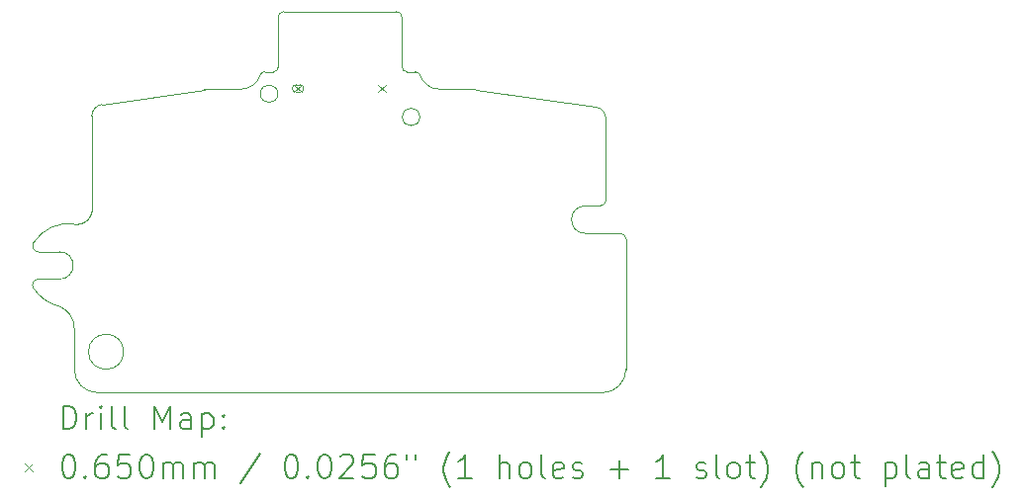
<source format=gbr>
%TF.GenerationSoftware,KiCad,Pcbnew,8.0.2*%
%TF.CreationDate,2025-05-18T14:56:43-07:00*%
%TF.ProjectId,PGS_USBW_Board,5047535f-5553-4425-975f-426f6172642e,rev?*%
%TF.SameCoordinates,Original*%
%TF.FileFunction,Drillmap*%
%TF.FilePolarity,Positive*%
%FSLAX45Y45*%
G04 Gerber Fmt 4.5, Leading zero omitted, Abs format (unit mm)*
G04 Created by KiCad (PCBNEW 8.0.2) date 2025-05-18 14:56:43*
%MOMM*%
%LPD*%
G01*
G04 APERTURE LIST*
%ADD10C,0.010000*%
%ADD11C,0.200000*%
%ADD12C,0.100000*%
G04 APERTURE END LIST*
D10*
X7352699Y-2272569D02*
G75*
G02*
X7390803Y-2300395I1J-40001D01*
G01*
X8805508Y-3657500D02*
G75*
G02*
X8805508Y-3422500I2J117500D01*
G01*
X7187500Y-1757134D02*
X6227500Y-1757134D01*
X9104000Y-3657500D02*
G75*
G02*
X9154000Y-3707500I0J-50000D01*
G01*
X6177500Y-1807134D02*
X6177500Y-2232577D01*
X4432500Y-4469790D02*
X4432500Y-4822134D01*
X4126530Y-3814980D02*
X4305784Y-3814980D01*
X4578344Y-3477209D02*
X4578598Y-3476196D01*
X4578845Y-3475183D01*
X4579084Y-3474167D01*
X4579315Y-3473150D01*
X4579537Y-3472131D01*
X4579752Y-3471111D01*
X4579959Y-3470089D01*
X4580157Y-3469066D01*
X4580348Y-3468041D01*
X4580531Y-3467015D01*
X4580705Y-3465988D01*
X4580872Y-3464959D01*
X4581030Y-3463930D01*
X4581180Y-3462899D01*
X4581323Y-3461867D01*
X4581457Y-3460834D01*
X4581583Y-3459800D01*
X4581701Y-3458765D01*
X4581811Y-3457729D01*
X4581913Y-3456692D01*
X4582006Y-3455654D01*
X4582092Y-3454616D01*
X4582169Y-3453576D01*
X4582239Y-3452537D01*
X4582300Y-3451496D01*
X4582353Y-3450455D01*
X4582398Y-3449413D01*
X4582435Y-3448371D01*
X4582463Y-3447328D01*
X4582484Y-3446285D01*
X4582496Y-3445242D01*
X4582500Y-3444198D01*
X7352699Y-2272569D02*
X7277500Y-2272569D01*
X8896739Y-2575232D02*
X7867914Y-2427228D01*
X9154000Y-4822134D02*
X9154000Y-4092916D01*
X8982500Y-3372500D02*
X8982500Y-2674213D01*
X8982500Y-3372500D02*
G75*
G02*
X8932500Y-3422500I-50000J0D01*
G01*
X4126530Y-3814980D02*
G75*
G02*
X4084504Y-3737892I0J50000D01*
G01*
X6024198Y-2300395D02*
G75*
G02*
X5857500Y-2422131I-166698J53265D01*
G01*
X5547085Y-2427229D02*
X4667948Y-2553698D01*
X4084501Y-4127069D02*
G75*
G02*
X4126530Y-4049978I42029J27089D01*
G01*
X6024198Y-2300395D02*
G75*
G02*
X6062308Y-2272567I38112J-12185D01*
G01*
X5857500Y-2422134D02*
X5618280Y-2422134D01*
X4854953Y-4672134D02*
G75*
G02*
X4554953Y-4672134I-150000J0D01*
G01*
X4554953Y-4672134D02*
G75*
G02*
X4854953Y-4672134I150000J0D01*
G01*
X4305784Y-4282480D02*
G75*
G02*
X4084498Y-4127071I80597J350010D01*
G01*
X4305784Y-3814980D02*
G75*
G02*
X4305784Y-4049980I0J-117500D01*
G01*
X4432308Y-3576268D02*
X4433942Y-3576469D01*
X4435578Y-3576649D01*
X4437215Y-3576809D01*
X4438853Y-3576948D01*
X4440491Y-3577068D01*
X4442131Y-3577167D01*
X4443770Y-3577245D01*
X4445411Y-3577304D01*
X4447051Y-3577342D01*
X4448691Y-3577360D01*
X4450331Y-3577358D01*
X4451970Y-3577336D01*
X4453609Y-3577293D01*
X4455247Y-3577230D01*
X4456884Y-3577148D01*
X4458520Y-3577045D01*
X4460154Y-3576922D01*
X4461787Y-3576778D01*
X4463418Y-3576615D01*
X4465047Y-3576432D01*
X4466674Y-3576228D01*
X4468298Y-3576005D01*
X4469920Y-3575761D01*
X4471540Y-3575498D01*
X4473156Y-3575214D01*
X4474769Y-3574910D01*
X4476380Y-3574587D01*
X4477986Y-3574243D01*
X4479589Y-3573880D01*
X4481188Y-3573496D01*
X4482784Y-3573093D01*
X4484375Y-3572669D01*
X6177500Y-1807134D02*
G75*
G02*
X6227500Y-1757130I50000J4D01*
G01*
X8896739Y-2575232D02*
G75*
G02*
X8982497Y-2674213I-14239J-98978D01*
G01*
X6174840Y-2461437D02*
G75*
G02*
X6024840Y-2461437I-75000J0D01*
G01*
X6024840Y-2461437D02*
G75*
G02*
X6174840Y-2461437I75000J0D01*
G01*
X6137500Y-2272569D02*
X6062308Y-2272569D01*
X4084501Y-3737890D02*
G75*
G02*
X4432308Y-3576268I301884J-194599D01*
G01*
X4582500Y-2652634D02*
G75*
G02*
X4667947Y-2553695I100000J4D01*
G01*
X7557500Y-2422134D02*
G75*
G02*
X7390799Y-2300396I0J175004D01*
G01*
X7796721Y-2422134D02*
X7557500Y-2422134D01*
X4582500Y-2652634D02*
X4582500Y-3444198D01*
X9104000Y-3657500D02*
X8805508Y-3657500D01*
X7796721Y-2422134D02*
G75*
G02*
X7867914Y-2427229I-1J-499976D01*
G01*
X4531206Y-3549222D02*
X4532473Y-3548222D01*
X4533727Y-3547207D01*
X4534968Y-3546178D01*
X4536196Y-3545134D01*
X4537410Y-3544076D01*
X4538612Y-3543003D01*
X4539799Y-3541917D01*
X4540974Y-3540817D01*
X4542134Y-3539703D01*
X4543281Y-3538575D01*
X4544413Y-3537434D01*
X4545532Y-3536279D01*
X4546636Y-3535111D01*
X4547727Y-3533930D01*
X4548802Y-3532737D01*
X4549864Y-3531530D01*
X4550910Y-3530310D01*
X4551942Y-3529078D01*
X4552959Y-3527833D01*
X4553961Y-3526577D01*
X4554948Y-3525308D01*
X4555920Y-3524026D01*
X4556876Y-3522733D01*
X4557817Y-3521429D01*
X4558742Y-3520112D01*
X4559652Y-3518784D01*
X4560546Y-3517445D01*
X4561423Y-3516094D01*
X4562285Y-3514732D01*
X4563131Y-3513360D01*
X4563961Y-3511976D01*
X4564774Y-3510582D01*
X4484375Y-3572669D02*
X4485966Y-3572225D01*
X4487551Y-3571761D01*
X4489129Y-3571277D01*
X4490700Y-3570775D01*
X4492264Y-3570253D01*
X4493821Y-3569712D01*
X4495370Y-3569152D01*
X4496912Y-3568573D01*
X4498446Y-3567975D01*
X4499973Y-3567359D01*
X4501491Y-3566723D01*
X4503001Y-3566070D01*
X4504502Y-3565397D01*
X4505995Y-3564707D01*
X4507479Y-3563998D01*
X4508954Y-3563270D01*
X4510420Y-3562525D01*
X4511877Y-3561762D01*
X4513325Y-3560980D01*
X4514763Y-3560181D01*
X4516191Y-3559363D01*
X4517609Y-3558528D01*
X4519017Y-3557676D01*
X4520414Y-3556806D01*
X4521802Y-3555918D01*
X4523178Y-3555013D01*
X4524544Y-3554090D01*
X4525899Y-3553151D01*
X4527243Y-3552194D01*
X4528575Y-3551220D01*
X4529896Y-3550229D01*
X4531206Y-3549222D01*
X4632500Y-5022134D02*
G75*
G02*
X4432496Y-4822134I0J200004D01*
G01*
X4564774Y-3510582D02*
X4565333Y-3509599D01*
X4565884Y-3508612D01*
X4566427Y-3507620D01*
X4566961Y-3506625D01*
X4567486Y-3505624D01*
X4568003Y-3504620D01*
X4568511Y-3503611D01*
X4569011Y-3502599D01*
X4569501Y-3501582D01*
X4569984Y-3500561D01*
X4570457Y-3499537D01*
X4570922Y-3498508D01*
X4571378Y-3497476D01*
X4571825Y-3496440D01*
X4572263Y-3495400D01*
X4572692Y-3494356D01*
X4573113Y-3493309D01*
X4573525Y-3492258D01*
X4573928Y-3491204D01*
X4574321Y-3490147D01*
X4574706Y-3489086D01*
X4575082Y-3488021D01*
X4575449Y-3486954D01*
X4575807Y-3485883D01*
X4576156Y-3484809D01*
X4576496Y-3483732D01*
X4576827Y-3482652D01*
X4577149Y-3481569D01*
X4577461Y-3480483D01*
X4577764Y-3479394D01*
X4578059Y-3478303D01*
X4578344Y-3477209D01*
X6177500Y-2232577D02*
G75*
G02*
X6137500Y-2272570I-39990J-3D01*
G01*
X4632500Y-5022134D02*
X8954000Y-5022134D01*
X9154000Y-4092916D02*
X9154000Y-3707500D01*
X5547085Y-2427229D02*
G75*
G02*
X5618280Y-2422134I71195J-494891D01*
G01*
X7390160Y-2660582D02*
G75*
G02*
X7240160Y-2660582I-75000J0D01*
G01*
X7240160Y-2660582D02*
G75*
G02*
X7390160Y-2660582I75000J0D01*
G01*
X7187500Y-1757134D02*
G75*
G02*
X7237496Y-1807134I0J-49996D01*
G01*
X7237500Y-2232569D02*
X7237500Y-1807134D01*
X9154000Y-4822134D02*
G75*
G02*
X8954000Y-5022130I-200000J4D01*
G01*
X4305784Y-4282480D02*
G75*
G02*
X4432503Y-4469790I-73304J-186110D01*
G01*
X8805508Y-3422500D02*
X8932500Y-3422500D01*
X4305784Y-4049980D02*
X4126530Y-4049980D01*
X7277500Y-2272569D02*
G75*
G02*
X7237501Y-2232569I0J39999D01*
G01*
D11*
D12*
X6315000Y-2383612D02*
X6380000Y-2448612D01*
X6380000Y-2383612D02*
X6315000Y-2448612D01*
X6362500Y-2383612D02*
X6332500Y-2383612D01*
X6332500Y-2448612D02*
G75*
G02*
X6332500Y-2383612I0J32500D01*
G01*
X6332500Y-2448612D02*
X6362500Y-2448612D01*
X6362500Y-2448612D02*
G75*
G03*
X6362500Y-2383612I0J32500D01*
G01*
X7035000Y-2383612D02*
X7100000Y-2448612D01*
X7100000Y-2383612D02*
X7035000Y-2448612D01*
D11*
X4336805Y-5334118D02*
X4336805Y-5134118D01*
X4336805Y-5134118D02*
X4384424Y-5134118D01*
X4384424Y-5134118D02*
X4412995Y-5143641D01*
X4412995Y-5143641D02*
X4432043Y-5162689D01*
X4432043Y-5162689D02*
X4441567Y-5181737D01*
X4441567Y-5181737D02*
X4451090Y-5219832D01*
X4451090Y-5219832D02*
X4451090Y-5248403D01*
X4451090Y-5248403D02*
X4441567Y-5286498D01*
X4441567Y-5286498D02*
X4432043Y-5305546D01*
X4432043Y-5305546D02*
X4412995Y-5324594D01*
X4412995Y-5324594D02*
X4384424Y-5334118D01*
X4384424Y-5334118D02*
X4336805Y-5334118D01*
X4536805Y-5334118D02*
X4536805Y-5200784D01*
X4536805Y-5238879D02*
X4546328Y-5219832D01*
X4546328Y-5219832D02*
X4555852Y-5210308D01*
X4555852Y-5210308D02*
X4574900Y-5200784D01*
X4574900Y-5200784D02*
X4593948Y-5200784D01*
X4660614Y-5334118D02*
X4660614Y-5200784D01*
X4660614Y-5134118D02*
X4651090Y-5143641D01*
X4651090Y-5143641D02*
X4660614Y-5153165D01*
X4660614Y-5153165D02*
X4670138Y-5143641D01*
X4670138Y-5143641D02*
X4660614Y-5134118D01*
X4660614Y-5134118D02*
X4660614Y-5153165D01*
X4784424Y-5334118D02*
X4765376Y-5324594D01*
X4765376Y-5324594D02*
X4755852Y-5305546D01*
X4755852Y-5305546D02*
X4755852Y-5134118D01*
X4889186Y-5334118D02*
X4870138Y-5324594D01*
X4870138Y-5324594D02*
X4860614Y-5305546D01*
X4860614Y-5305546D02*
X4860614Y-5134118D01*
X5117757Y-5334118D02*
X5117757Y-5134118D01*
X5117757Y-5134118D02*
X5184424Y-5276975D01*
X5184424Y-5276975D02*
X5251090Y-5134118D01*
X5251090Y-5134118D02*
X5251090Y-5334118D01*
X5432043Y-5334118D02*
X5432043Y-5229356D01*
X5432043Y-5229356D02*
X5422519Y-5210308D01*
X5422519Y-5210308D02*
X5403471Y-5200784D01*
X5403471Y-5200784D02*
X5365376Y-5200784D01*
X5365376Y-5200784D02*
X5346328Y-5210308D01*
X5432043Y-5324594D02*
X5412995Y-5334118D01*
X5412995Y-5334118D02*
X5365376Y-5334118D01*
X5365376Y-5334118D02*
X5346328Y-5324594D01*
X5346328Y-5324594D02*
X5336805Y-5305546D01*
X5336805Y-5305546D02*
X5336805Y-5286498D01*
X5336805Y-5286498D02*
X5346328Y-5267451D01*
X5346328Y-5267451D02*
X5365376Y-5257927D01*
X5365376Y-5257927D02*
X5412995Y-5257927D01*
X5412995Y-5257927D02*
X5432043Y-5248403D01*
X5527281Y-5200784D02*
X5527281Y-5400784D01*
X5527281Y-5210308D02*
X5546328Y-5200784D01*
X5546328Y-5200784D02*
X5584424Y-5200784D01*
X5584424Y-5200784D02*
X5603471Y-5210308D01*
X5603471Y-5210308D02*
X5612995Y-5219832D01*
X5612995Y-5219832D02*
X5622519Y-5238879D01*
X5622519Y-5238879D02*
X5622519Y-5296022D01*
X5622519Y-5296022D02*
X5612995Y-5315070D01*
X5612995Y-5315070D02*
X5603471Y-5324594D01*
X5603471Y-5324594D02*
X5584424Y-5334118D01*
X5584424Y-5334118D02*
X5546328Y-5334118D01*
X5546328Y-5334118D02*
X5527281Y-5324594D01*
X5708233Y-5315070D02*
X5717757Y-5324594D01*
X5717757Y-5324594D02*
X5708233Y-5334118D01*
X5708233Y-5334118D02*
X5698709Y-5324594D01*
X5698709Y-5324594D02*
X5708233Y-5315070D01*
X5708233Y-5315070D02*
X5708233Y-5334118D01*
X5708233Y-5210308D02*
X5717757Y-5219832D01*
X5717757Y-5219832D02*
X5708233Y-5229356D01*
X5708233Y-5229356D02*
X5698709Y-5219832D01*
X5698709Y-5219832D02*
X5708233Y-5210308D01*
X5708233Y-5210308D02*
X5708233Y-5229356D01*
D12*
X4011028Y-5630134D02*
X4076028Y-5695134D01*
X4076028Y-5630134D02*
X4011028Y-5695134D01*
D11*
X4374900Y-5554118D02*
X4393948Y-5554118D01*
X4393948Y-5554118D02*
X4412995Y-5563641D01*
X4412995Y-5563641D02*
X4422519Y-5573165D01*
X4422519Y-5573165D02*
X4432043Y-5592213D01*
X4432043Y-5592213D02*
X4441567Y-5630308D01*
X4441567Y-5630308D02*
X4441567Y-5677927D01*
X4441567Y-5677927D02*
X4432043Y-5716022D01*
X4432043Y-5716022D02*
X4422519Y-5735070D01*
X4422519Y-5735070D02*
X4412995Y-5744594D01*
X4412995Y-5744594D02*
X4393948Y-5754117D01*
X4393948Y-5754117D02*
X4374900Y-5754117D01*
X4374900Y-5754117D02*
X4355852Y-5744594D01*
X4355852Y-5744594D02*
X4346328Y-5735070D01*
X4346328Y-5735070D02*
X4336805Y-5716022D01*
X4336805Y-5716022D02*
X4327281Y-5677927D01*
X4327281Y-5677927D02*
X4327281Y-5630308D01*
X4327281Y-5630308D02*
X4336805Y-5592213D01*
X4336805Y-5592213D02*
X4346328Y-5573165D01*
X4346328Y-5573165D02*
X4355852Y-5563641D01*
X4355852Y-5563641D02*
X4374900Y-5554118D01*
X4527281Y-5735070D02*
X4536805Y-5744594D01*
X4536805Y-5744594D02*
X4527281Y-5754117D01*
X4527281Y-5754117D02*
X4517757Y-5744594D01*
X4517757Y-5744594D02*
X4527281Y-5735070D01*
X4527281Y-5735070D02*
X4527281Y-5754117D01*
X4708233Y-5554118D02*
X4670138Y-5554118D01*
X4670138Y-5554118D02*
X4651090Y-5563641D01*
X4651090Y-5563641D02*
X4641567Y-5573165D01*
X4641567Y-5573165D02*
X4622519Y-5601736D01*
X4622519Y-5601736D02*
X4612995Y-5639832D01*
X4612995Y-5639832D02*
X4612995Y-5716022D01*
X4612995Y-5716022D02*
X4622519Y-5735070D01*
X4622519Y-5735070D02*
X4632043Y-5744594D01*
X4632043Y-5744594D02*
X4651090Y-5754117D01*
X4651090Y-5754117D02*
X4689186Y-5754117D01*
X4689186Y-5754117D02*
X4708233Y-5744594D01*
X4708233Y-5744594D02*
X4717757Y-5735070D01*
X4717757Y-5735070D02*
X4727281Y-5716022D01*
X4727281Y-5716022D02*
X4727281Y-5668403D01*
X4727281Y-5668403D02*
X4717757Y-5649356D01*
X4717757Y-5649356D02*
X4708233Y-5639832D01*
X4708233Y-5639832D02*
X4689186Y-5630308D01*
X4689186Y-5630308D02*
X4651090Y-5630308D01*
X4651090Y-5630308D02*
X4632043Y-5639832D01*
X4632043Y-5639832D02*
X4622519Y-5649356D01*
X4622519Y-5649356D02*
X4612995Y-5668403D01*
X4908233Y-5554118D02*
X4812995Y-5554118D01*
X4812995Y-5554118D02*
X4803471Y-5649356D01*
X4803471Y-5649356D02*
X4812995Y-5639832D01*
X4812995Y-5639832D02*
X4832043Y-5630308D01*
X4832043Y-5630308D02*
X4879662Y-5630308D01*
X4879662Y-5630308D02*
X4898709Y-5639832D01*
X4898709Y-5639832D02*
X4908233Y-5649356D01*
X4908233Y-5649356D02*
X4917757Y-5668403D01*
X4917757Y-5668403D02*
X4917757Y-5716022D01*
X4917757Y-5716022D02*
X4908233Y-5735070D01*
X4908233Y-5735070D02*
X4898709Y-5744594D01*
X4898709Y-5744594D02*
X4879662Y-5754117D01*
X4879662Y-5754117D02*
X4832043Y-5754117D01*
X4832043Y-5754117D02*
X4812995Y-5744594D01*
X4812995Y-5744594D02*
X4803471Y-5735070D01*
X5041567Y-5554118D02*
X5060614Y-5554118D01*
X5060614Y-5554118D02*
X5079662Y-5563641D01*
X5079662Y-5563641D02*
X5089186Y-5573165D01*
X5089186Y-5573165D02*
X5098709Y-5592213D01*
X5098709Y-5592213D02*
X5108233Y-5630308D01*
X5108233Y-5630308D02*
X5108233Y-5677927D01*
X5108233Y-5677927D02*
X5098709Y-5716022D01*
X5098709Y-5716022D02*
X5089186Y-5735070D01*
X5089186Y-5735070D02*
X5079662Y-5744594D01*
X5079662Y-5744594D02*
X5060614Y-5754117D01*
X5060614Y-5754117D02*
X5041567Y-5754117D01*
X5041567Y-5754117D02*
X5022519Y-5744594D01*
X5022519Y-5744594D02*
X5012995Y-5735070D01*
X5012995Y-5735070D02*
X5003471Y-5716022D01*
X5003471Y-5716022D02*
X4993948Y-5677927D01*
X4993948Y-5677927D02*
X4993948Y-5630308D01*
X4993948Y-5630308D02*
X5003471Y-5592213D01*
X5003471Y-5592213D02*
X5012995Y-5573165D01*
X5012995Y-5573165D02*
X5022519Y-5563641D01*
X5022519Y-5563641D02*
X5041567Y-5554118D01*
X5193948Y-5754117D02*
X5193948Y-5620784D01*
X5193948Y-5639832D02*
X5203471Y-5630308D01*
X5203471Y-5630308D02*
X5222519Y-5620784D01*
X5222519Y-5620784D02*
X5251090Y-5620784D01*
X5251090Y-5620784D02*
X5270138Y-5630308D01*
X5270138Y-5630308D02*
X5279662Y-5649356D01*
X5279662Y-5649356D02*
X5279662Y-5754117D01*
X5279662Y-5649356D02*
X5289186Y-5630308D01*
X5289186Y-5630308D02*
X5308233Y-5620784D01*
X5308233Y-5620784D02*
X5336805Y-5620784D01*
X5336805Y-5620784D02*
X5355852Y-5630308D01*
X5355852Y-5630308D02*
X5365376Y-5649356D01*
X5365376Y-5649356D02*
X5365376Y-5754117D01*
X5460614Y-5754117D02*
X5460614Y-5620784D01*
X5460614Y-5639832D02*
X5470138Y-5630308D01*
X5470138Y-5630308D02*
X5489186Y-5620784D01*
X5489186Y-5620784D02*
X5517757Y-5620784D01*
X5517757Y-5620784D02*
X5536805Y-5630308D01*
X5536805Y-5630308D02*
X5546329Y-5649356D01*
X5546329Y-5649356D02*
X5546329Y-5754117D01*
X5546329Y-5649356D02*
X5555852Y-5630308D01*
X5555852Y-5630308D02*
X5574900Y-5620784D01*
X5574900Y-5620784D02*
X5603471Y-5620784D01*
X5603471Y-5620784D02*
X5622519Y-5630308D01*
X5622519Y-5630308D02*
X5632043Y-5649356D01*
X5632043Y-5649356D02*
X5632043Y-5754117D01*
X6022519Y-5544594D02*
X5851090Y-5801736D01*
X6279662Y-5554118D02*
X6298710Y-5554118D01*
X6298710Y-5554118D02*
X6317757Y-5563641D01*
X6317757Y-5563641D02*
X6327281Y-5573165D01*
X6327281Y-5573165D02*
X6336805Y-5592213D01*
X6336805Y-5592213D02*
X6346329Y-5630308D01*
X6346329Y-5630308D02*
X6346329Y-5677927D01*
X6346329Y-5677927D02*
X6336805Y-5716022D01*
X6336805Y-5716022D02*
X6327281Y-5735070D01*
X6327281Y-5735070D02*
X6317757Y-5744594D01*
X6317757Y-5744594D02*
X6298710Y-5754117D01*
X6298710Y-5754117D02*
X6279662Y-5754117D01*
X6279662Y-5754117D02*
X6260614Y-5744594D01*
X6260614Y-5744594D02*
X6251090Y-5735070D01*
X6251090Y-5735070D02*
X6241567Y-5716022D01*
X6241567Y-5716022D02*
X6232043Y-5677927D01*
X6232043Y-5677927D02*
X6232043Y-5630308D01*
X6232043Y-5630308D02*
X6241567Y-5592213D01*
X6241567Y-5592213D02*
X6251090Y-5573165D01*
X6251090Y-5573165D02*
X6260614Y-5563641D01*
X6260614Y-5563641D02*
X6279662Y-5554118D01*
X6432043Y-5735070D02*
X6441567Y-5744594D01*
X6441567Y-5744594D02*
X6432043Y-5754117D01*
X6432043Y-5754117D02*
X6422519Y-5744594D01*
X6422519Y-5744594D02*
X6432043Y-5735070D01*
X6432043Y-5735070D02*
X6432043Y-5754117D01*
X6565376Y-5554118D02*
X6584424Y-5554118D01*
X6584424Y-5554118D02*
X6603471Y-5563641D01*
X6603471Y-5563641D02*
X6612995Y-5573165D01*
X6612995Y-5573165D02*
X6622519Y-5592213D01*
X6622519Y-5592213D02*
X6632043Y-5630308D01*
X6632043Y-5630308D02*
X6632043Y-5677927D01*
X6632043Y-5677927D02*
X6622519Y-5716022D01*
X6622519Y-5716022D02*
X6612995Y-5735070D01*
X6612995Y-5735070D02*
X6603471Y-5744594D01*
X6603471Y-5744594D02*
X6584424Y-5754117D01*
X6584424Y-5754117D02*
X6565376Y-5754117D01*
X6565376Y-5754117D02*
X6546329Y-5744594D01*
X6546329Y-5744594D02*
X6536805Y-5735070D01*
X6536805Y-5735070D02*
X6527281Y-5716022D01*
X6527281Y-5716022D02*
X6517757Y-5677927D01*
X6517757Y-5677927D02*
X6517757Y-5630308D01*
X6517757Y-5630308D02*
X6527281Y-5592213D01*
X6527281Y-5592213D02*
X6536805Y-5573165D01*
X6536805Y-5573165D02*
X6546329Y-5563641D01*
X6546329Y-5563641D02*
X6565376Y-5554118D01*
X6708233Y-5573165D02*
X6717757Y-5563641D01*
X6717757Y-5563641D02*
X6736805Y-5554118D01*
X6736805Y-5554118D02*
X6784424Y-5554118D01*
X6784424Y-5554118D02*
X6803471Y-5563641D01*
X6803471Y-5563641D02*
X6812995Y-5573165D01*
X6812995Y-5573165D02*
X6822519Y-5592213D01*
X6822519Y-5592213D02*
X6822519Y-5611260D01*
X6822519Y-5611260D02*
X6812995Y-5639832D01*
X6812995Y-5639832D02*
X6698710Y-5754117D01*
X6698710Y-5754117D02*
X6822519Y-5754117D01*
X7003471Y-5554118D02*
X6908233Y-5554118D01*
X6908233Y-5554118D02*
X6898710Y-5649356D01*
X6898710Y-5649356D02*
X6908233Y-5639832D01*
X6908233Y-5639832D02*
X6927281Y-5630308D01*
X6927281Y-5630308D02*
X6974900Y-5630308D01*
X6974900Y-5630308D02*
X6993948Y-5639832D01*
X6993948Y-5639832D02*
X7003471Y-5649356D01*
X7003471Y-5649356D02*
X7012995Y-5668403D01*
X7012995Y-5668403D02*
X7012995Y-5716022D01*
X7012995Y-5716022D02*
X7003471Y-5735070D01*
X7003471Y-5735070D02*
X6993948Y-5744594D01*
X6993948Y-5744594D02*
X6974900Y-5754117D01*
X6974900Y-5754117D02*
X6927281Y-5754117D01*
X6927281Y-5754117D02*
X6908233Y-5744594D01*
X6908233Y-5744594D02*
X6898710Y-5735070D01*
X7184424Y-5554118D02*
X7146329Y-5554118D01*
X7146329Y-5554118D02*
X7127281Y-5563641D01*
X7127281Y-5563641D02*
X7117757Y-5573165D01*
X7117757Y-5573165D02*
X7098710Y-5601736D01*
X7098710Y-5601736D02*
X7089186Y-5639832D01*
X7089186Y-5639832D02*
X7089186Y-5716022D01*
X7089186Y-5716022D02*
X7098710Y-5735070D01*
X7098710Y-5735070D02*
X7108233Y-5744594D01*
X7108233Y-5744594D02*
X7127281Y-5754117D01*
X7127281Y-5754117D02*
X7165376Y-5754117D01*
X7165376Y-5754117D02*
X7184424Y-5744594D01*
X7184424Y-5744594D02*
X7193948Y-5735070D01*
X7193948Y-5735070D02*
X7203471Y-5716022D01*
X7203471Y-5716022D02*
X7203471Y-5668403D01*
X7203471Y-5668403D02*
X7193948Y-5649356D01*
X7193948Y-5649356D02*
X7184424Y-5639832D01*
X7184424Y-5639832D02*
X7165376Y-5630308D01*
X7165376Y-5630308D02*
X7127281Y-5630308D01*
X7127281Y-5630308D02*
X7108233Y-5639832D01*
X7108233Y-5639832D02*
X7098710Y-5649356D01*
X7098710Y-5649356D02*
X7089186Y-5668403D01*
X7279662Y-5554118D02*
X7279662Y-5592213D01*
X7355852Y-5554118D02*
X7355852Y-5592213D01*
X7651091Y-5830308D02*
X7641567Y-5820784D01*
X7641567Y-5820784D02*
X7622519Y-5792213D01*
X7622519Y-5792213D02*
X7612995Y-5773165D01*
X7612995Y-5773165D02*
X7603472Y-5744594D01*
X7603472Y-5744594D02*
X7593948Y-5696975D01*
X7593948Y-5696975D02*
X7593948Y-5658879D01*
X7593948Y-5658879D02*
X7603472Y-5611260D01*
X7603472Y-5611260D02*
X7612995Y-5582689D01*
X7612995Y-5582689D02*
X7622519Y-5563641D01*
X7622519Y-5563641D02*
X7641567Y-5535070D01*
X7641567Y-5535070D02*
X7651091Y-5525546D01*
X7832043Y-5754117D02*
X7717757Y-5754117D01*
X7774900Y-5754117D02*
X7774900Y-5554118D01*
X7774900Y-5554118D02*
X7755852Y-5582689D01*
X7755852Y-5582689D02*
X7736805Y-5601736D01*
X7736805Y-5601736D02*
X7717757Y-5611260D01*
X8070138Y-5754117D02*
X8070138Y-5554118D01*
X8155853Y-5754117D02*
X8155853Y-5649356D01*
X8155853Y-5649356D02*
X8146329Y-5630308D01*
X8146329Y-5630308D02*
X8127281Y-5620784D01*
X8127281Y-5620784D02*
X8098710Y-5620784D01*
X8098710Y-5620784D02*
X8079662Y-5630308D01*
X8079662Y-5630308D02*
X8070138Y-5639832D01*
X8279662Y-5754117D02*
X8260614Y-5744594D01*
X8260614Y-5744594D02*
X8251091Y-5735070D01*
X8251091Y-5735070D02*
X8241567Y-5716022D01*
X8241567Y-5716022D02*
X8241567Y-5658879D01*
X8241567Y-5658879D02*
X8251091Y-5639832D01*
X8251091Y-5639832D02*
X8260614Y-5630308D01*
X8260614Y-5630308D02*
X8279662Y-5620784D01*
X8279662Y-5620784D02*
X8308234Y-5620784D01*
X8308234Y-5620784D02*
X8327281Y-5630308D01*
X8327281Y-5630308D02*
X8336805Y-5639832D01*
X8336805Y-5639832D02*
X8346329Y-5658879D01*
X8346329Y-5658879D02*
X8346329Y-5716022D01*
X8346329Y-5716022D02*
X8336805Y-5735070D01*
X8336805Y-5735070D02*
X8327281Y-5744594D01*
X8327281Y-5744594D02*
X8308234Y-5754117D01*
X8308234Y-5754117D02*
X8279662Y-5754117D01*
X8460615Y-5754117D02*
X8441567Y-5744594D01*
X8441567Y-5744594D02*
X8432043Y-5725546D01*
X8432043Y-5725546D02*
X8432043Y-5554118D01*
X8612996Y-5744594D02*
X8593948Y-5754117D01*
X8593948Y-5754117D02*
X8555853Y-5754117D01*
X8555853Y-5754117D02*
X8536805Y-5744594D01*
X8536805Y-5744594D02*
X8527281Y-5725546D01*
X8527281Y-5725546D02*
X8527281Y-5649356D01*
X8527281Y-5649356D02*
X8536805Y-5630308D01*
X8536805Y-5630308D02*
X8555853Y-5620784D01*
X8555853Y-5620784D02*
X8593948Y-5620784D01*
X8593948Y-5620784D02*
X8612996Y-5630308D01*
X8612996Y-5630308D02*
X8622519Y-5649356D01*
X8622519Y-5649356D02*
X8622519Y-5668403D01*
X8622519Y-5668403D02*
X8527281Y-5687451D01*
X8698710Y-5744594D02*
X8717757Y-5754117D01*
X8717757Y-5754117D02*
X8755853Y-5754117D01*
X8755853Y-5754117D02*
X8774900Y-5744594D01*
X8774900Y-5744594D02*
X8784424Y-5725546D01*
X8784424Y-5725546D02*
X8784424Y-5716022D01*
X8784424Y-5716022D02*
X8774900Y-5696975D01*
X8774900Y-5696975D02*
X8755853Y-5687451D01*
X8755853Y-5687451D02*
X8727281Y-5687451D01*
X8727281Y-5687451D02*
X8708234Y-5677927D01*
X8708234Y-5677927D02*
X8698710Y-5658879D01*
X8698710Y-5658879D02*
X8698710Y-5649356D01*
X8698710Y-5649356D02*
X8708234Y-5630308D01*
X8708234Y-5630308D02*
X8727281Y-5620784D01*
X8727281Y-5620784D02*
X8755853Y-5620784D01*
X8755853Y-5620784D02*
X8774900Y-5630308D01*
X9022519Y-5677927D02*
X9174900Y-5677927D01*
X9098710Y-5754117D02*
X9098710Y-5601736D01*
X9527281Y-5754117D02*
X9412996Y-5754117D01*
X9470138Y-5754117D02*
X9470138Y-5554118D01*
X9470138Y-5554118D02*
X9451091Y-5582689D01*
X9451091Y-5582689D02*
X9432043Y-5601736D01*
X9432043Y-5601736D02*
X9412996Y-5611260D01*
X9755853Y-5744594D02*
X9774900Y-5754117D01*
X9774900Y-5754117D02*
X9812996Y-5754117D01*
X9812996Y-5754117D02*
X9832043Y-5744594D01*
X9832043Y-5744594D02*
X9841567Y-5725546D01*
X9841567Y-5725546D02*
X9841567Y-5716022D01*
X9841567Y-5716022D02*
X9832043Y-5696975D01*
X9832043Y-5696975D02*
X9812996Y-5687451D01*
X9812996Y-5687451D02*
X9784424Y-5687451D01*
X9784424Y-5687451D02*
X9765377Y-5677927D01*
X9765377Y-5677927D02*
X9755853Y-5658879D01*
X9755853Y-5658879D02*
X9755853Y-5649356D01*
X9755853Y-5649356D02*
X9765377Y-5630308D01*
X9765377Y-5630308D02*
X9784424Y-5620784D01*
X9784424Y-5620784D02*
X9812996Y-5620784D01*
X9812996Y-5620784D02*
X9832043Y-5630308D01*
X9955853Y-5754117D02*
X9936805Y-5744594D01*
X9936805Y-5744594D02*
X9927281Y-5725546D01*
X9927281Y-5725546D02*
X9927281Y-5554118D01*
X10060615Y-5754117D02*
X10041567Y-5744594D01*
X10041567Y-5744594D02*
X10032043Y-5735070D01*
X10032043Y-5735070D02*
X10022520Y-5716022D01*
X10022520Y-5716022D02*
X10022520Y-5658879D01*
X10022520Y-5658879D02*
X10032043Y-5639832D01*
X10032043Y-5639832D02*
X10041567Y-5630308D01*
X10041567Y-5630308D02*
X10060615Y-5620784D01*
X10060615Y-5620784D02*
X10089186Y-5620784D01*
X10089186Y-5620784D02*
X10108234Y-5630308D01*
X10108234Y-5630308D02*
X10117758Y-5639832D01*
X10117758Y-5639832D02*
X10127281Y-5658879D01*
X10127281Y-5658879D02*
X10127281Y-5716022D01*
X10127281Y-5716022D02*
X10117758Y-5735070D01*
X10117758Y-5735070D02*
X10108234Y-5744594D01*
X10108234Y-5744594D02*
X10089186Y-5754117D01*
X10089186Y-5754117D02*
X10060615Y-5754117D01*
X10184424Y-5620784D02*
X10260615Y-5620784D01*
X10212996Y-5554118D02*
X10212996Y-5725546D01*
X10212996Y-5725546D02*
X10222520Y-5744594D01*
X10222520Y-5744594D02*
X10241567Y-5754117D01*
X10241567Y-5754117D02*
X10260615Y-5754117D01*
X10308234Y-5830308D02*
X10317758Y-5820784D01*
X10317758Y-5820784D02*
X10336805Y-5792213D01*
X10336805Y-5792213D02*
X10346329Y-5773165D01*
X10346329Y-5773165D02*
X10355853Y-5744594D01*
X10355853Y-5744594D02*
X10365377Y-5696975D01*
X10365377Y-5696975D02*
X10365377Y-5658879D01*
X10365377Y-5658879D02*
X10355853Y-5611260D01*
X10355853Y-5611260D02*
X10346329Y-5582689D01*
X10346329Y-5582689D02*
X10336805Y-5563641D01*
X10336805Y-5563641D02*
X10317758Y-5535070D01*
X10317758Y-5535070D02*
X10308234Y-5525546D01*
X10670139Y-5830308D02*
X10660615Y-5820784D01*
X10660615Y-5820784D02*
X10641567Y-5792213D01*
X10641567Y-5792213D02*
X10632043Y-5773165D01*
X10632043Y-5773165D02*
X10622520Y-5744594D01*
X10622520Y-5744594D02*
X10612996Y-5696975D01*
X10612996Y-5696975D02*
X10612996Y-5658879D01*
X10612996Y-5658879D02*
X10622520Y-5611260D01*
X10622520Y-5611260D02*
X10632043Y-5582689D01*
X10632043Y-5582689D02*
X10641567Y-5563641D01*
X10641567Y-5563641D02*
X10660615Y-5535070D01*
X10660615Y-5535070D02*
X10670139Y-5525546D01*
X10746329Y-5620784D02*
X10746329Y-5754117D01*
X10746329Y-5639832D02*
X10755853Y-5630308D01*
X10755853Y-5630308D02*
X10774900Y-5620784D01*
X10774900Y-5620784D02*
X10803472Y-5620784D01*
X10803472Y-5620784D02*
X10822520Y-5630308D01*
X10822520Y-5630308D02*
X10832043Y-5649356D01*
X10832043Y-5649356D02*
X10832043Y-5754117D01*
X10955853Y-5754117D02*
X10936805Y-5744594D01*
X10936805Y-5744594D02*
X10927281Y-5735070D01*
X10927281Y-5735070D02*
X10917758Y-5716022D01*
X10917758Y-5716022D02*
X10917758Y-5658879D01*
X10917758Y-5658879D02*
X10927281Y-5639832D01*
X10927281Y-5639832D02*
X10936805Y-5630308D01*
X10936805Y-5630308D02*
X10955853Y-5620784D01*
X10955853Y-5620784D02*
X10984424Y-5620784D01*
X10984424Y-5620784D02*
X11003472Y-5630308D01*
X11003472Y-5630308D02*
X11012996Y-5639832D01*
X11012996Y-5639832D02*
X11022520Y-5658879D01*
X11022520Y-5658879D02*
X11022520Y-5716022D01*
X11022520Y-5716022D02*
X11012996Y-5735070D01*
X11012996Y-5735070D02*
X11003472Y-5744594D01*
X11003472Y-5744594D02*
X10984424Y-5754117D01*
X10984424Y-5754117D02*
X10955853Y-5754117D01*
X11079662Y-5620784D02*
X11155853Y-5620784D01*
X11108234Y-5554118D02*
X11108234Y-5725546D01*
X11108234Y-5725546D02*
X11117758Y-5744594D01*
X11117758Y-5744594D02*
X11136805Y-5754117D01*
X11136805Y-5754117D02*
X11155853Y-5754117D01*
X11374900Y-5620784D02*
X11374900Y-5820784D01*
X11374900Y-5630308D02*
X11393948Y-5620784D01*
X11393948Y-5620784D02*
X11432043Y-5620784D01*
X11432043Y-5620784D02*
X11451091Y-5630308D01*
X11451091Y-5630308D02*
X11460615Y-5639832D01*
X11460615Y-5639832D02*
X11470139Y-5658879D01*
X11470139Y-5658879D02*
X11470139Y-5716022D01*
X11470139Y-5716022D02*
X11460615Y-5735070D01*
X11460615Y-5735070D02*
X11451091Y-5744594D01*
X11451091Y-5744594D02*
X11432043Y-5754117D01*
X11432043Y-5754117D02*
X11393948Y-5754117D01*
X11393948Y-5754117D02*
X11374900Y-5744594D01*
X11584424Y-5754117D02*
X11565377Y-5744594D01*
X11565377Y-5744594D02*
X11555853Y-5725546D01*
X11555853Y-5725546D02*
X11555853Y-5554118D01*
X11746329Y-5754117D02*
X11746329Y-5649356D01*
X11746329Y-5649356D02*
X11736805Y-5630308D01*
X11736805Y-5630308D02*
X11717758Y-5620784D01*
X11717758Y-5620784D02*
X11679662Y-5620784D01*
X11679662Y-5620784D02*
X11660615Y-5630308D01*
X11746329Y-5744594D02*
X11727281Y-5754117D01*
X11727281Y-5754117D02*
X11679662Y-5754117D01*
X11679662Y-5754117D02*
X11660615Y-5744594D01*
X11660615Y-5744594D02*
X11651091Y-5725546D01*
X11651091Y-5725546D02*
X11651091Y-5706498D01*
X11651091Y-5706498D02*
X11660615Y-5687451D01*
X11660615Y-5687451D02*
X11679662Y-5677927D01*
X11679662Y-5677927D02*
X11727281Y-5677927D01*
X11727281Y-5677927D02*
X11746329Y-5668403D01*
X11812996Y-5620784D02*
X11889186Y-5620784D01*
X11841567Y-5554118D02*
X11841567Y-5725546D01*
X11841567Y-5725546D02*
X11851091Y-5744594D01*
X11851091Y-5744594D02*
X11870139Y-5754117D01*
X11870139Y-5754117D02*
X11889186Y-5754117D01*
X12032043Y-5744594D02*
X12012996Y-5754117D01*
X12012996Y-5754117D02*
X11974900Y-5754117D01*
X11974900Y-5754117D02*
X11955853Y-5744594D01*
X11955853Y-5744594D02*
X11946329Y-5725546D01*
X11946329Y-5725546D02*
X11946329Y-5649356D01*
X11946329Y-5649356D02*
X11955853Y-5630308D01*
X11955853Y-5630308D02*
X11974900Y-5620784D01*
X11974900Y-5620784D02*
X12012996Y-5620784D01*
X12012996Y-5620784D02*
X12032043Y-5630308D01*
X12032043Y-5630308D02*
X12041567Y-5649356D01*
X12041567Y-5649356D02*
X12041567Y-5668403D01*
X12041567Y-5668403D02*
X11946329Y-5687451D01*
X12212996Y-5754117D02*
X12212996Y-5554118D01*
X12212996Y-5744594D02*
X12193948Y-5754117D01*
X12193948Y-5754117D02*
X12155853Y-5754117D01*
X12155853Y-5754117D02*
X12136805Y-5744594D01*
X12136805Y-5744594D02*
X12127281Y-5735070D01*
X12127281Y-5735070D02*
X12117758Y-5716022D01*
X12117758Y-5716022D02*
X12117758Y-5658879D01*
X12117758Y-5658879D02*
X12127281Y-5639832D01*
X12127281Y-5639832D02*
X12136805Y-5630308D01*
X12136805Y-5630308D02*
X12155853Y-5620784D01*
X12155853Y-5620784D02*
X12193948Y-5620784D01*
X12193948Y-5620784D02*
X12212996Y-5630308D01*
X12289186Y-5830308D02*
X12298710Y-5820784D01*
X12298710Y-5820784D02*
X12317758Y-5792213D01*
X12317758Y-5792213D02*
X12327281Y-5773165D01*
X12327281Y-5773165D02*
X12336805Y-5744594D01*
X12336805Y-5744594D02*
X12346329Y-5696975D01*
X12346329Y-5696975D02*
X12346329Y-5658879D01*
X12346329Y-5658879D02*
X12336805Y-5611260D01*
X12336805Y-5611260D02*
X12327281Y-5582689D01*
X12327281Y-5582689D02*
X12317758Y-5563641D01*
X12317758Y-5563641D02*
X12298710Y-5535070D01*
X12298710Y-5535070D02*
X12289186Y-5525546D01*
M02*

</source>
